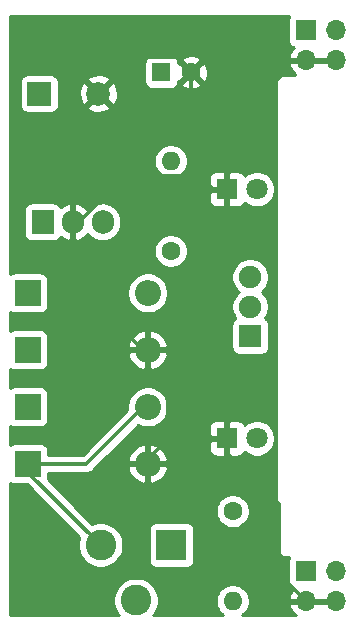
<source format=gbl>
G04 #@! TF.GenerationSoftware,KiCad,Pcbnew,(5.1.5)-3*
G04 #@! TF.CreationDate,2020-07-04T17:37:37-04:00*
G04 #@! TF.ProjectId,Power Supply,506f7765-7220-4537-9570-706c792e6b69,rev?*
G04 #@! TF.SameCoordinates,Original*
G04 #@! TF.FileFunction,Copper,L2,Bot*
G04 #@! TF.FilePolarity,Positive*
%FSLAX46Y46*%
G04 Gerber Fmt 4.6, Leading zero omitted, Abs format (unit mm)*
G04 Created by KiCad (PCBNEW (5.1.5)-3) date 2020-07-04 17:37:37*
%MOMM*%
%LPD*%
G04 APERTURE LIST*
%ADD10R,2.000000X2.000000*%
%ADD11C,2.000000*%
%ADD12R,1.600000X1.600000*%
%ADD13C,1.600000*%
%ADD14O,2.200000X2.200000*%
%ADD15R,2.200000X2.200000*%
%ADD16C,1.800000*%
%ADD17R,1.800000X1.800000*%
%ADD18R,2.600000X2.600000*%
%ADD19C,2.600000*%
%ADD20R,1.700000X1.700000*%
%ADD21O,1.700000X1.700000*%
%ADD22O,1.600000X1.600000*%
%ADD23R,1.900000X1.900000*%
%ADD24C,1.900000*%
%ADD25R,1.905000X2.000000*%
%ADD26O,1.905000X2.000000*%
%ADD27C,0.300000*%
%ADD28C,0.254000*%
G04 APERTURE END LIST*
D10*
X135387080Y-75384660D03*
D11*
X140387080Y-75384660D03*
D12*
X145724880Y-73568560D03*
D13*
X148224880Y-73568560D03*
D14*
X144556480Y-92262960D03*
D15*
X134396480Y-92262960D03*
X134396480Y-97084726D03*
D14*
X144556480Y-97084726D03*
X144556480Y-101906492D03*
D15*
X134396480Y-101906492D03*
X134396480Y-106728260D03*
D14*
X144556480Y-106728260D03*
D16*
X153811580Y-104578760D03*
D17*
X151271580Y-104578760D03*
X151271580Y-83487160D03*
D16*
X153811580Y-83487160D03*
D18*
X146575780Y-113598960D03*
D19*
X140575780Y-113598960D03*
X143575780Y-118298960D03*
D20*
X157929580Y-70025260D03*
D21*
X160469580Y-70025260D03*
X157929580Y-72565260D03*
X160469580Y-72565260D03*
X160469580Y-118348760D03*
X157929580Y-118348760D03*
X160469580Y-115808760D03*
D20*
X157929580Y-115808760D03*
D22*
X151749760Y-118364000D03*
D13*
X151749760Y-110744000D03*
D22*
X146512280Y-81086960D03*
D13*
X146512280Y-88706960D03*
D23*
X153239980Y-95912960D03*
D24*
X153239980Y-93412960D03*
X153239980Y-90912960D03*
D25*
X135666480Y-86243160D03*
D26*
X138206480Y-86243160D03*
X140746480Y-86243160D03*
D27*
X160469580Y-118348760D02*
X157929580Y-118348760D01*
X160469580Y-72565260D02*
X157929580Y-72565260D01*
X149228180Y-72565260D02*
X148224880Y-73568560D01*
X157929580Y-72565260D02*
X149228180Y-72565260D01*
X143453181Y-72318559D02*
X141387079Y-74384661D01*
X146974879Y-72318559D02*
X143453181Y-72318559D01*
X141387079Y-74384661D02*
X140387080Y-75384660D01*
X148224880Y-73568560D02*
X146974879Y-72318559D01*
X151271580Y-105778760D02*
X151271580Y-104578760D01*
X155638470Y-110145650D02*
X151271580Y-105778760D01*
X155638470Y-116057650D02*
X155638470Y-110145650D01*
X157929580Y-118348760D02*
X155638470Y-116057650D01*
X146350380Y-104578760D02*
X144200880Y-106728260D01*
X148224880Y-81640460D02*
X150071580Y-83487160D01*
X150071580Y-83487160D02*
X151271580Y-83487160D01*
X138206480Y-91090326D02*
X138206480Y-86243160D01*
X144200880Y-97084726D02*
X138206480Y-91090326D01*
X148224880Y-73568560D02*
X148224880Y-81640460D01*
X147528379Y-82336961D02*
X148224880Y-81640460D01*
X142621731Y-82336961D02*
X147528379Y-82336961D01*
X138715532Y-86243160D02*
X142621731Y-82336961D01*
X138206480Y-86243160D02*
X138715532Y-86243160D01*
X146309080Y-100392960D02*
X146309080Y-104594660D01*
X144556480Y-98640360D02*
X146309080Y-100392960D01*
X144556480Y-97084726D02*
X144556480Y-98640360D01*
X146309080Y-104594660D02*
X146350380Y-104578760D01*
X151271580Y-104578760D02*
X146309080Y-104594660D01*
X134040880Y-107064060D02*
X134040880Y-106728260D01*
X140575780Y-113598960D02*
X134040880Y-107064060D01*
X139379112Y-106728260D02*
X144200880Y-101906492D01*
X134040880Y-106728260D02*
X139379112Y-106728260D01*
D28*
G36*
X156549043Y-68820766D02*
G01*
X156490078Y-68931080D01*
X156453768Y-69050778D01*
X156441508Y-69175260D01*
X156441508Y-70875260D01*
X156453768Y-70999742D01*
X156490078Y-71119440D01*
X156549043Y-71229754D01*
X156628395Y-71326445D01*
X156725086Y-71405797D01*
X156835400Y-71464762D01*
X156916046Y-71489226D01*
X156831992Y-71564991D01*
X156657939Y-71798340D01*
X156532755Y-72061161D01*
X156488104Y-72208370D01*
X156609425Y-72438260D01*
X157802580Y-72438260D01*
X157802580Y-72418260D01*
X158056580Y-72418260D01*
X158056580Y-72438260D01*
X160342580Y-72438260D01*
X160342580Y-72418260D01*
X160596580Y-72418260D01*
X160596580Y-72438260D01*
X160616580Y-72438260D01*
X160616580Y-72692260D01*
X160596580Y-72692260D01*
X160596580Y-72712260D01*
X160342580Y-72712260D01*
X160342580Y-72692260D01*
X158056580Y-72692260D01*
X158056580Y-72712260D01*
X157802580Y-72712260D01*
X157802580Y-72692260D01*
X156609425Y-72692260D01*
X156488104Y-72922150D01*
X156532755Y-73069359D01*
X156657939Y-73332180D01*
X156831992Y-73565529D01*
X157048225Y-73760438D01*
X157067904Y-73772160D01*
X156145899Y-73772160D01*
X156113480Y-73768967D01*
X155984097Y-73781710D01*
X155859687Y-73819450D01*
X155745030Y-73880735D01*
X155644532Y-73963212D01*
X155562055Y-74063710D01*
X155500770Y-74178367D01*
X155463030Y-74302777D01*
X155450287Y-74432160D01*
X155453480Y-74464579D01*
X155453481Y-113896731D01*
X155450287Y-113929160D01*
X155463030Y-114058543D01*
X155500770Y-114182953D01*
X155562055Y-114297610D01*
X155644532Y-114398108D01*
X155745030Y-114480585D01*
X155859687Y-114541870D01*
X155984097Y-114579610D01*
X156081061Y-114589160D01*
X156113480Y-114592353D01*
X156145899Y-114589160D01*
X156561440Y-114589160D01*
X156549043Y-114604266D01*
X156490078Y-114714580D01*
X156453768Y-114834278D01*
X156441508Y-114958760D01*
X156441508Y-116658760D01*
X156453768Y-116783242D01*
X156490078Y-116902940D01*
X156549043Y-117013254D01*
X156628395Y-117109945D01*
X156725086Y-117189297D01*
X156835400Y-117248262D01*
X156916046Y-117272726D01*
X156831992Y-117348491D01*
X156657939Y-117581840D01*
X156532755Y-117844661D01*
X156488104Y-117991870D01*
X156609425Y-118221760D01*
X157802580Y-118221760D01*
X157802580Y-118201760D01*
X158056580Y-118201760D01*
X158056580Y-118221760D01*
X160342580Y-118221760D01*
X160342580Y-118201760D01*
X160596580Y-118201760D01*
X160596580Y-118221760D01*
X160616580Y-118221760D01*
X160616580Y-118475760D01*
X160596580Y-118475760D01*
X160596580Y-118495760D01*
X160342580Y-118495760D01*
X160342580Y-118475760D01*
X158056580Y-118475760D01*
X158056580Y-118495760D01*
X157802580Y-118495760D01*
X157802580Y-118475760D01*
X156609425Y-118475760D01*
X156488104Y-118705650D01*
X156532755Y-118852859D01*
X156657939Y-119115680D01*
X156831992Y-119349029D01*
X157048225Y-119543938D01*
X157089224Y-119568360D01*
X152530239Y-119568360D01*
X152664519Y-119478637D01*
X152864397Y-119278759D01*
X153021440Y-119043727D01*
X153129613Y-118782574D01*
X153184760Y-118505335D01*
X153184760Y-118222665D01*
X153129613Y-117945426D01*
X153021440Y-117684273D01*
X152864397Y-117449241D01*
X152664519Y-117249363D01*
X152429487Y-117092320D01*
X152168334Y-116984147D01*
X151891095Y-116929000D01*
X151608425Y-116929000D01*
X151331186Y-116984147D01*
X151070033Y-117092320D01*
X150835001Y-117249363D01*
X150635123Y-117449241D01*
X150478080Y-117684273D01*
X150369907Y-117945426D01*
X150314760Y-118222665D01*
X150314760Y-118505335D01*
X150369907Y-118782574D01*
X150478080Y-119043727D01*
X150635123Y-119278759D01*
X150835001Y-119478637D01*
X150969281Y-119568360D01*
X145042884Y-119568360D01*
X145078793Y-119532451D01*
X145290555Y-119215526D01*
X145436419Y-118863379D01*
X145510780Y-118489541D01*
X145510780Y-118108379D01*
X145436419Y-117734541D01*
X145290555Y-117382394D01*
X145078793Y-117065469D01*
X144809271Y-116795947D01*
X144492346Y-116584185D01*
X144140199Y-116438321D01*
X143766361Y-116363960D01*
X143385199Y-116363960D01*
X143011361Y-116438321D01*
X142659214Y-116584185D01*
X142342289Y-116795947D01*
X142072767Y-117065469D01*
X141861005Y-117382394D01*
X141715141Y-117734541D01*
X141640780Y-118108379D01*
X141640780Y-118489541D01*
X141715141Y-118863379D01*
X141861005Y-119215526D01*
X142072767Y-119532451D01*
X142108676Y-119568360D01*
X132897480Y-119568360D01*
X132897480Y-108322272D01*
X132941986Y-108358797D01*
X133052300Y-108417762D01*
X133171998Y-108454072D01*
X133296480Y-108466332D01*
X134332995Y-108466332D01*
X138769637Y-112902975D01*
X138715141Y-113034541D01*
X138640780Y-113408379D01*
X138640780Y-113789541D01*
X138715141Y-114163379D01*
X138861005Y-114515526D01*
X139072767Y-114832451D01*
X139342289Y-115101973D01*
X139659214Y-115313735D01*
X140011361Y-115459599D01*
X140385199Y-115533960D01*
X140766361Y-115533960D01*
X141140199Y-115459599D01*
X141492346Y-115313735D01*
X141809271Y-115101973D01*
X142078793Y-114832451D01*
X142290555Y-114515526D01*
X142436419Y-114163379D01*
X142510780Y-113789541D01*
X142510780Y-113408379D01*
X142436419Y-113034541D01*
X142290555Y-112682394D01*
X142078793Y-112365469D01*
X142012284Y-112298960D01*
X144637708Y-112298960D01*
X144637708Y-114898960D01*
X144649968Y-115023442D01*
X144686278Y-115143140D01*
X144745243Y-115253454D01*
X144824595Y-115350145D01*
X144921286Y-115429497D01*
X145031600Y-115488462D01*
X145151298Y-115524772D01*
X145275780Y-115537032D01*
X147875780Y-115537032D01*
X148000262Y-115524772D01*
X148119960Y-115488462D01*
X148230274Y-115429497D01*
X148326965Y-115350145D01*
X148406317Y-115253454D01*
X148465282Y-115143140D01*
X148501592Y-115023442D01*
X148513852Y-114898960D01*
X148513852Y-112298960D01*
X148501592Y-112174478D01*
X148465282Y-112054780D01*
X148406317Y-111944466D01*
X148326965Y-111847775D01*
X148230274Y-111768423D01*
X148119960Y-111709458D01*
X148000262Y-111673148D01*
X147875780Y-111660888D01*
X145275780Y-111660888D01*
X145151298Y-111673148D01*
X145031600Y-111709458D01*
X144921286Y-111768423D01*
X144824595Y-111847775D01*
X144745243Y-111944466D01*
X144686278Y-112054780D01*
X144649968Y-112174478D01*
X144637708Y-112298960D01*
X142012284Y-112298960D01*
X141809271Y-112095947D01*
X141492346Y-111884185D01*
X141140199Y-111738321D01*
X140766361Y-111663960D01*
X140385199Y-111663960D01*
X140011361Y-111738321D01*
X139879795Y-111792817D01*
X138689643Y-110602665D01*
X150314760Y-110602665D01*
X150314760Y-110885335D01*
X150369907Y-111162574D01*
X150478080Y-111423727D01*
X150635123Y-111658759D01*
X150835001Y-111858637D01*
X151070033Y-112015680D01*
X151331186Y-112123853D01*
X151608425Y-112179000D01*
X151891095Y-112179000D01*
X152168334Y-112123853D01*
X152429487Y-112015680D01*
X152664519Y-111858637D01*
X152864397Y-111658759D01*
X153021440Y-111423727D01*
X153129613Y-111162574D01*
X153184760Y-110885335D01*
X153184760Y-110602665D01*
X153129613Y-110325426D01*
X153021440Y-110064273D01*
X152864397Y-109829241D01*
X152664519Y-109629363D01*
X152429487Y-109472320D01*
X152168334Y-109364147D01*
X151891095Y-109309000D01*
X151608425Y-109309000D01*
X151331186Y-109364147D01*
X151070033Y-109472320D01*
X150835001Y-109629363D01*
X150635123Y-109829241D01*
X150478080Y-110064273D01*
X150369907Y-110325426D01*
X150314760Y-110602665D01*
X138689643Y-110602665D01*
X136103074Y-108016096D01*
X136122292Y-107952742D01*
X136134552Y-107828260D01*
X136134552Y-107513260D01*
X139340559Y-107513260D01*
X139379112Y-107517057D01*
X139417665Y-107513260D01*
X139417673Y-107513260D01*
X139532999Y-107501901D01*
X139680972Y-107457014D01*
X139817345Y-107384122D01*
X139936876Y-107286024D01*
X139961459Y-107256070D01*
X140093147Y-107124382D01*
X142867305Y-107124382D01*
X142931905Y-107337354D01*
X143081949Y-107642589D01*
X143288658Y-107912687D01*
X143544089Y-108137268D01*
X143838426Y-108307702D01*
X144160357Y-108417439D01*
X144429480Y-108299860D01*
X144429480Y-106855260D01*
X144683480Y-106855260D01*
X144683480Y-108299860D01*
X144952603Y-108417439D01*
X145274534Y-108307702D01*
X145568871Y-108137268D01*
X145824302Y-107912687D01*
X146031011Y-107642589D01*
X146181055Y-107337354D01*
X146245655Y-107124382D01*
X146127605Y-106855260D01*
X144683480Y-106855260D01*
X144429480Y-106855260D01*
X142985355Y-106855260D01*
X142867305Y-107124382D01*
X140093147Y-107124382D01*
X140885391Y-106332138D01*
X142867305Y-106332138D01*
X142985355Y-106601260D01*
X144429480Y-106601260D01*
X144429480Y-105156660D01*
X144683480Y-105156660D01*
X144683480Y-106601260D01*
X146127605Y-106601260D01*
X146245655Y-106332138D01*
X146181055Y-106119166D01*
X146031011Y-105813931D01*
X145824302Y-105543833D01*
X145750291Y-105478760D01*
X149733508Y-105478760D01*
X149745768Y-105603242D01*
X149782078Y-105722940D01*
X149841043Y-105833254D01*
X149920395Y-105929945D01*
X150017086Y-106009297D01*
X150127400Y-106068262D01*
X150247098Y-106104572D01*
X150371580Y-106116832D01*
X150985830Y-106113760D01*
X151144580Y-105955010D01*
X151144580Y-104705760D01*
X149895330Y-104705760D01*
X149736580Y-104864510D01*
X149733508Y-105478760D01*
X145750291Y-105478760D01*
X145568871Y-105319252D01*
X145274534Y-105148818D01*
X144952603Y-105039081D01*
X144683480Y-105156660D01*
X144429480Y-105156660D01*
X144160357Y-105039081D01*
X143838426Y-105148818D01*
X143544089Y-105319252D01*
X143288658Y-105543833D01*
X143081949Y-105813931D01*
X142931905Y-106119166D01*
X142867305Y-106332138D01*
X140885391Y-106332138D01*
X143538769Y-103678760D01*
X149733508Y-103678760D01*
X149736580Y-104293010D01*
X149895330Y-104451760D01*
X151144580Y-104451760D01*
X151144580Y-103202510D01*
X151398580Y-103202510D01*
X151398580Y-104451760D01*
X151418580Y-104451760D01*
X151418580Y-104705760D01*
X151398580Y-104705760D01*
X151398580Y-105955010D01*
X151557330Y-106113760D01*
X152171580Y-106116832D01*
X152296062Y-106104572D01*
X152415760Y-106068262D01*
X152526074Y-106009297D01*
X152622765Y-105929945D01*
X152702117Y-105833254D01*
X152761082Y-105722940D01*
X152766636Y-105704633D01*
X152833075Y-105771072D01*
X153084485Y-105939059D01*
X153363837Y-106054771D01*
X153660396Y-106113760D01*
X153962764Y-106113760D01*
X154259323Y-106054771D01*
X154538675Y-105939059D01*
X154790085Y-105771072D01*
X155003892Y-105557265D01*
X155171879Y-105305855D01*
X155287591Y-105026503D01*
X155346580Y-104729944D01*
X155346580Y-104427576D01*
X155287591Y-104131017D01*
X155171879Y-103851665D01*
X155003892Y-103600255D01*
X154790085Y-103386448D01*
X154538675Y-103218461D01*
X154259323Y-103102749D01*
X153962764Y-103043760D01*
X153660396Y-103043760D01*
X153363837Y-103102749D01*
X153084485Y-103218461D01*
X152833075Y-103386448D01*
X152766636Y-103452887D01*
X152761082Y-103434580D01*
X152702117Y-103324266D01*
X152622765Y-103227575D01*
X152526074Y-103148223D01*
X152415760Y-103089258D01*
X152296062Y-103052948D01*
X152171580Y-103040688D01*
X151557330Y-103043760D01*
X151398580Y-103202510D01*
X151144580Y-103202510D01*
X150985830Y-103043760D01*
X150371580Y-103040688D01*
X150247098Y-103052948D01*
X150127400Y-103089258D01*
X150017086Y-103148223D01*
X149920395Y-103227575D01*
X149841043Y-103324266D01*
X149782078Y-103434580D01*
X149745768Y-103554278D01*
X149733508Y-103678760D01*
X143538769Y-103678760D01*
X143762121Y-103455408D01*
X144050399Y-103574817D01*
X144385597Y-103641492D01*
X144727363Y-103641492D01*
X145062561Y-103574817D01*
X145378311Y-103444029D01*
X145662478Y-103254155D01*
X145904143Y-103012490D01*
X146094017Y-102728323D01*
X146224805Y-102412573D01*
X146291480Y-102077375D01*
X146291480Y-101735609D01*
X146224805Y-101400411D01*
X146094017Y-101084661D01*
X145904143Y-100800494D01*
X145662478Y-100558829D01*
X145378311Y-100368955D01*
X145062561Y-100238167D01*
X144727363Y-100171492D01*
X144385597Y-100171492D01*
X144050399Y-100238167D01*
X143734649Y-100368955D01*
X143450482Y-100558829D01*
X143208817Y-100800494D01*
X143018943Y-101084661D01*
X142888155Y-101400411D01*
X142821480Y-101735609D01*
X142821480Y-102077375D01*
X142837799Y-102159416D01*
X139053955Y-105943260D01*
X136134552Y-105943260D01*
X136134552Y-105628260D01*
X136122292Y-105503778D01*
X136085982Y-105384080D01*
X136027017Y-105273766D01*
X135947665Y-105177075D01*
X135850974Y-105097723D01*
X135740660Y-105038758D01*
X135620962Y-105002448D01*
X135496480Y-104990188D01*
X133296480Y-104990188D01*
X133171998Y-105002448D01*
X133052300Y-105038758D01*
X132941986Y-105097723D01*
X132897480Y-105134248D01*
X132897480Y-103500504D01*
X132941986Y-103537029D01*
X133052300Y-103595994D01*
X133171998Y-103632304D01*
X133296480Y-103644564D01*
X135496480Y-103644564D01*
X135620962Y-103632304D01*
X135740660Y-103595994D01*
X135850974Y-103537029D01*
X135947665Y-103457677D01*
X136027017Y-103360986D01*
X136085982Y-103250672D01*
X136122292Y-103130974D01*
X136134552Y-103006492D01*
X136134552Y-100806492D01*
X136122292Y-100682010D01*
X136085982Y-100562312D01*
X136027017Y-100451998D01*
X135947665Y-100355307D01*
X135850974Y-100275955D01*
X135740660Y-100216990D01*
X135620962Y-100180680D01*
X135496480Y-100168420D01*
X133296480Y-100168420D01*
X133171998Y-100180680D01*
X133052300Y-100216990D01*
X132941986Y-100275955D01*
X132897480Y-100312480D01*
X132897480Y-98678738D01*
X132941986Y-98715263D01*
X133052300Y-98774228D01*
X133171998Y-98810538D01*
X133296480Y-98822798D01*
X135496480Y-98822798D01*
X135620962Y-98810538D01*
X135740660Y-98774228D01*
X135850974Y-98715263D01*
X135947665Y-98635911D01*
X136027017Y-98539220D01*
X136085982Y-98428906D01*
X136122292Y-98309208D01*
X136134552Y-98184726D01*
X136134552Y-97480848D01*
X142867305Y-97480848D01*
X142931905Y-97693820D01*
X143081949Y-97999055D01*
X143288658Y-98269153D01*
X143544089Y-98493734D01*
X143838426Y-98664168D01*
X144160357Y-98773905D01*
X144429480Y-98656326D01*
X144429480Y-97211726D01*
X144683480Y-97211726D01*
X144683480Y-98656326D01*
X144952603Y-98773905D01*
X145274534Y-98664168D01*
X145568871Y-98493734D01*
X145824302Y-98269153D01*
X146031011Y-97999055D01*
X146181055Y-97693820D01*
X146245655Y-97480848D01*
X146127605Y-97211726D01*
X144683480Y-97211726D01*
X144429480Y-97211726D01*
X142985355Y-97211726D01*
X142867305Y-97480848D01*
X136134552Y-97480848D01*
X136134552Y-96688604D01*
X142867305Y-96688604D01*
X142985355Y-96957726D01*
X144429480Y-96957726D01*
X144429480Y-95513126D01*
X144683480Y-95513126D01*
X144683480Y-96957726D01*
X146127605Y-96957726D01*
X146245655Y-96688604D01*
X146181055Y-96475632D01*
X146031011Y-96170397D01*
X145824302Y-95900299D01*
X145568871Y-95675718D01*
X145274534Y-95505284D01*
X144952603Y-95395547D01*
X144683480Y-95513126D01*
X144429480Y-95513126D01*
X144160357Y-95395547D01*
X143838426Y-95505284D01*
X143544089Y-95675718D01*
X143288658Y-95900299D01*
X143081949Y-96170397D01*
X142931905Y-96475632D01*
X142867305Y-96688604D01*
X136134552Y-96688604D01*
X136134552Y-95984726D01*
X136122292Y-95860244D01*
X136085982Y-95740546D01*
X136027017Y-95630232D01*
X135947665Y-95533541D01*
X135850974Y-95454189D01*
X135740660Y-95395224D01*
X135620962Y-95358914D01*
X135496480Y-95346654D01*
X133296480Y-95346654D01*
X133171998Y-95358914D01*
X133052300Y-95395224D01*
X132941986Y-95454189D01*
X132897480Y-95490714D01*
X132897480Y-94962960D01*
X151651908Y-94962960D01*
X151651908Y-96862960D01*
X151664168Y-96987442D01*
X151700478Y-97107140D01*
X151759443Y-97217454D01*
X151838795Y-97314145D01*
X151935486Y-97393497D01*
X152045800Y-97452462D01*
X152165498Y-97488772D01*
X152289980Y-97501032D01*
X154189980Y-97501032D01*
X154314462Y-97488772D01*
X154434160Y-97452462D01*
X154544474Y-97393497D01*
X154641165Y-97314145D01*
X154720517Y-97217454D01*
X154779482Y-97107140D01*
X154815792Y-96987442D01*
X154828052Y-96862960D01*
X154828052Y-94962960D01*
X154815792Y-94838478D01*
X154779482Y-94718780D01*
X154720517Y-94608466D01*
X154641165Y-94511775D01*
X154544474Y-94432423D01*
X154485959Y-94401146D01*
X154644589Y-94163739D01*
X154764069Y-93875287D01*
X154824980Y-93569069D01*
X154824980Y-93256851D01*
X154764069Y-92950633D01*
X154644589Y-92662181D01*
X154471130Y-92402581D01*
X154250359Y-92181810D01*
X154222148Y-92162960D01*
X154250359Y-92144110D01*
X154471130Y-91923339D01*
X154644589Y-91663739D01*
X154764069Y-91375287D01*
X154824980Y-91069069D01*
X154824980Y-90756851D01*
X154764069Y-90450633D01*
X154644589Y-90162181D01*
X154471130Y-89902581D01*
X154250359Y-89681810D01*
X153990759Y-89508351D01*
X153702307Y-89388871D01*
X153396089Y-89327960D01*
X153083871Y-89327960D01*
X152777653Y-89388871D01*
X152489201Y-89508351D01*
X152229601Y-89681810D01*
X152008830Y-89902581D01*
X151835371Y-90162181D01*
X151715891Y-90450633D01*
X151654980Y-90756851D01*
X151654980Y-91069069D01*
X151715891Y-91375287D01*
X151835371Y-91663739D01*
X152008830Y-91923339D01*
X152229601Y-92144110D01*
X152257812Y-92162960D01*
X152229601Y-92181810D01*
X152008830Y-92402581D01*
X151835371Y-92662181D01*
X151715891Y-92950633D01*
X151654980Y-93256851D01*
X151654980Y-93569069D01*
X151715891Y-93875287D01*
X151835371Y-94163739D01*
X151994001Y-94401146D01*
X151935486Y-94432423D01*
X151838795Y-94511775D01*
X151759443Y-94608466D01*
X151700478Y-94718780D01*
X151664168Y-94838478D01*
X151651908Y-94962960D01*
X132897480Y-94962960D01*
X132897480Y-93856972D01*
X132941986Y-93893497D01*
X133052300Y-93952462D01*
X133171998Y-93988772D01*
X133296480Y-94001032D01*
X135496480Y-94001032D01*
X135620962Y-93988772D01*
X135740660Y-93952462D01*
X135850974Y-93893497D01*
X135947665Y-93814145D01*
X136027017Y-93717454D01*
X136085982Y-93607140D01*
X136122292Y-93487442D01*
X136134552Y-93362960D01*
X136134552Y-92092077D01*
X142821480Y-92092077D01*
X142821480Y-92433843D01*
X142888155Y-92769041D01*
X143018943Y-93084791D01*
X143208817Y-93368958D01*
X143450482Y-93610623D01*
X143734649Y-93800497D01*
X144050399Y-93931285D01*
X144385597Y-93997960D01*
X144727363Y-93997960D01*
X145062561Y-93931285D01*
X145378311Y-93800497D01*
X145662478Y-93610623D01*
X145904143Y-93368958D01*
X146094017Y-93084791D01*
X146224805Y-92769041D01*
X146291480Y-92433843D01*
X146291480Y-92092077D01*
X146224805Y-91756879D01*
X146094017Y-91441129D01*
X145904143Y-91156962D01*
X145662478Y-90915297D01*
X145378311Y-90725423D01*
X145062561Y-90594635D01*
X144727363Y-90527960D01*
X144385597Y-90527960D01*
X144050399Y-90594635D01*
X143734649Y-90725423D01*
X143450482Y-90915297D01*
X143208817Y-91156962D01*
X143018943Y-91441129D01*
X142888155Y-91756879D01*
X142821480Y-92092077D01*
X136134552Y-92092077D01*
X136134552Y-91162960D01*
X136122292Y-91038478D01*
X136085982Y-90918780D01*
X136027017Y-90808466D01*
X135947665Y-90711775D01*
X135850974Y-90632423D01*
X135740660Y-90573458D01*
X135620962Y-90537148D01*
X135496480Y-90524888D01*
X133296480Y-90524888D01*
X133171998Y-90537148D01*
X133052300Y-90573458D01*
X132941986Y-90632423D01*
X132897480Y-90668948D01*
X132897480Y-88565625D01*
X145077280Y-88565625D01*
X145077280Y-88848295D01*
X145132427Y-89125534D01*
X145240600Y-89386687D01*
X145397643Y-89621719D01*
X145597521Y-89821597D01*
X145832553Y-89978640D01*
X146093706Y-90086813D01*
X146370945Y-90141960D01*
X146653615Y-90141960D01*
X146930854Y-90086813D01*
X147192007Y-89978640D01*
X147427039Y-89821597D01*
X147626917Y-89621719D01*
X147783960Y-89386687D01*
X147892133Y-89125534D01*
X147947280Y-88848295D01*
X147947280Y-88565625D01*
X147892133Y-88288386D01*
X147783960Y-88027233D01*
X147626917Y-87792201D01*
X147427039Y-87592323D01*
X147192007Y-87435280D01*
X146930854Y-87327107D01*
X146653615Y-87271960D01*
X146370945Y-87271960D01*
X146093706Y-87327107D01*
X145832553Y-87435280D01*
X145597521Y-87592323D01*
X145397643Y-87792201D01*
X145240600Y-88027233D01*
X145132427Y-88288386D01*
X145077280Y-88565625D01*
X132897480Y-88565625D01*
X132897480Y-85243160D01*
X134075908Y-85243160D01*
X134075908Y-87243160D01*
X134088168Y-87367642D01*
X134124478Y-87487340D01*
X134183443Y-87597654D01*
X134262795Y-87694345D01*
X134359486Y-87773697D01*
X134469800Y-87832662D01*
X134589498Y-87868972D01*
X134713980Y-87881232D01*
X136618980Y-87881232D01*
X136743462Y-87868972D01*
X136863160Y-87832662D01*
X136973474Y-87773697D01*
X137070165Y-87694345D01*
X137149517Y-87597654D01*
X137198539Y-87505941D01*
X137339557Y-87619129D01*
X137615386Y-87762731D01*
X137833500Y-87833723D01*
X138079480Y-87713754D01*
X138079480Y-86370160D01*
X138059480Y-86370160D01*
X138059480Y-86116160D01*
X138079480Y-86116160D01*
X138079480Y-84772566D01*
X138333480Y-84772566D01*
X138333480Y-86116160D01*
X138353480Y-86116160D01*
X138353480Y-86370160D01*
X138333480Y-86370160D01*
X138333480Y-87713754D01*
X138579460Y-87833723D01*
X138797574Y-87762731D01*
X139073403Y-87619129D01*
X139315917Y-87424475D01*
X139471317Y-87239261D01*
X139618517Y-87418623D01*
X139860246Y-87617005D01*
X140136032Y-87764415D01*
X140435277Y-87855190D01*
X140746480Y-87885841D01*
X141057684Y-87855190D01*
X141356929Y-87764415D01*
X141632715Y-87617005D01*
X141874443Y-87418623D01*
X142072825Y-87176894D01*
X142220235Y-86901108D01*
X142311010Y-86601863D01*
X142333980Y-86368645D01*
X142333980Y-86117674D01*
X142311010Y-85884456D01*
X142220235Y-85585211D01*
X142072825Y-85309425D01*
X141874443Y-85067697D01*
X141632714Y-84869315D01*
X141356928Y-84721905D01*
X141057683Y-84631130D01*
X140746480Y-84600479D01*
X140435276Y-84631130D01*
X140136031Y-84721905D01*
X139860245Y-84869315D01*
X139618517Y-85067697D01*
X139471318Y-85247060D01*
X139315917Y-85061845D01*
X139073403Y-84867191D01*
X138797574Y-84723589D01*
X138579460Y-84652597D01*
X138333480Y-84772566D01*
X138079480Y-84772566D01*
X137833500Y-84652597D01*
X137615386Y-84723589D01*
X137339557Y-84867191D01*
X137198539Y-84980379D01*
X137149517Y-84888666D01*
X137070165Y-84791975D01*
X136973474Y-84712623D01*
X136863160Y-84653658D01*
X136743462Y-84617348D01*
X136618980Y-84605088D01*
X134713980Y-84605088D01*
X134589498Y-84617348D01*
X134469800Y-84653658D01*
X134359486Y-84712623D01*
X134262795Y-84791975D01*
X134183443Y-84888666D01*
X134124478Y-84998980D01*
X134088168Y-85118678D01*
X134075908Y-85243160D01*
X132897480Y-85243160D01*
X132897480Y-84387160D01*
X149733508Y-84387160D01*
X149745768Y-84511642D01*
X149782078Y-84631340D01*
X149841043Y-84741654D01*
X149920395Y-84838345D01*
X150017086Y-84917697D01*
X150127400Y-84976662D01*
X150247098Y-85012972D01*
X150371580Y-85025232D01*
X150985830Y-85022160D01*
X151144580Y-84863410D01*
X151144580Y-83614160D01*
X149895330Y-83614160D01*
X149736580Y-83772910D01*
X149733508Y-84387160D01*
X132897480Y-84387160D01*
X132897480Y-82587160D01*
X149733508Y-82587160D01*
X149736580Y-83201410D01*
X149895330Y-83360160D01*
X151144580Y-83360160D01*
X151144580Y-82110910D01*
X151398580Y-82110910D01*
X151398580Y-83360160D01*
X151418580Y-83360160D01*
X151418580Y-83614160D01*
X151398580Y-83614160D01*
X151398580Y-84863410D01*
X151557330Y-85022160D01*
X152171580Y-85025232D01*
X152296062Y-85012972D01*
X152415760Y-84976662D01*
X152526074Y-84917697D01*
X152622765Y-84838345D01*
X152702117Y-84741654D01*
X152761082Y-84631340D01*
X152766636Y-84613033D01*
X152833075Y-84679472D01*
X153084485Y-84847459D01*
X153363837Y-84963171D01*
X153660396Y-85022160D01*
X153962764Y-85022160D01*
X154259323Y-84963171D01*
X154538675Y-84847459D01*
X154790085Y-84679472D01*
X155003892Y-84465665D01*
X155171879Y-84214255D01*
X155287591Y-83934903D01*
X155346580Y-83638344D01*
X155346580Y-83335976D01*
X155287591Y-83039417D01*
X155171879Y-82760065D01*
X155003892Y-82508655D01*
X154790085Y-82294848D01*
X154538675Y-82126861D01*
X154259323Y-82011149D01*
X153962764Y-81952160D01*
X153660396Y-81952160D01*
X153363837Y-82011149D01*
X153084485Y-82126861D01*
X152833075Y-82294848D01*
X152766636Y-82361287D01*
X152761082Y-82342980D01*
X152702117Y-82232666D01*
X152622765Y-82135975D01*
X152526074Y-82056623D01*
X152415760Y-81997658D01*
X152296062Y-81961348D01*
X152171580Y-81949088D01*
X151557330Y-81952160D01*
X151398580Y-82110910D01*
X151144580Y-82110910D01*
X150985830Y-81952160D01*
X150371580Y-81949088D01*
X150247098Y-81961348D01*
X150127400Y-81997658D01*
X150017086Y-82056623D01*
X149920395Y-82135975D01*
X149841043Y-82232666D01*
X149782078Y-82342980D01*
X149745768Y-82462678D01*
X149733508Y-82587160D01*
X132897480Y-82587160D01*
X132897480Y-80945625D01*
X145077280Y-80945625D01*
X145077280Y-81228295D01*
X145132427Y-81505534D01*
X145240600Y-81766687D01*
X145397643Y-82001719D01*
X145597521Y-82201597D01*
X145832553Y-82358640D01*
X146093706Y-82466813D01*
X146370945Y-82521960D01*
X146653615Y-82521960D01*
X146930854Y-82466813D01*
X147192007Y-82358640D01*
X147427039Y-82201597D01*
X147626917Y-82001719D01*
X147783960Y-81766687D01*
X147892133Y-81505534D01*
X147947280Y-81228295D01*
X147947280Y-80945625D01*
X147892133Y-80668386D01*
X147783960Y-80407233D01*
X147626917Y-80172201D01*
X147427039Y-79972323D01*
X147192007Y-79815280D01*
X146930854Y-79707107D01*
X146653615Y-79651960D01*
X146370945Y-79651960D01*
X146093706Y-79707107D01*
X145832553Y-79815280D01*
X145597521Y-79972323D01*
X145397643Y-80172201D01*
X145240600Y-80407233D01*
X145132427Y-80668386D01*
X145077280Y-80945625D01*
X132897480Y-80945625D01*
X132897480Y-74384660D01*
X133749008Y-74384660D01*
X133749008Y-76384660D01*
X133761268Y-76509142D01*
X133797578Y-76628840D01*
X133856543Y-76739154D01*
X133935895Y-76835845D01*
X134032586Y-76915197D01*
X134142900Y-76974162D01*
X134262598Y-77010472D01*
X134387080Y-77022732D01*
X136387080Y-77022732D01*
X136511562Y-77010472D01*
X136631260Y-76974162D01*
X136741574Y-76915197D01*
X136838265Y-76835845D01*
X136917617Y-76739154D01*
X136976582Y-76628840D01*
X137009576Y-76520073D01*
X139431272Y-76520073D01*
X139527036Y-76784474D01*
X139816651Y-76925364D01*
X140128188Y-77007044D01*
X140449675Y-77026378D01*
X140768755Y-76982621D01*
X141073168Y-76877455D01*
X141247124Y-76784474D01*
X141342888Y-76520073D01*
X140387080Y-75564265D01*
X139431272Y-76520073D01*
X137009576Y-76520073D01*
X137012892Y-76509142D01*
X137025152Y-76384660D01*
X137025152Y-75447255D01*
X138745362Y-75447255D01*
X138789119Y-75766335D01*
X138894285Y-76070748D01*
X138987266Y-76244704D01*
X139251667Y-76340468D01*
X140207475Y-75384660D01*
X140566685Y-75384660D01*
X141522493Y-76340468D01*
X141786894Y-76244704D01*
X141927784Y-75955089D01*
X142009464Y-75643552D01*
X142028798Y-75322065D01*
X141985041Y-75002985D01*
X141879875Y-74698572D01*
X141786894Y-74524616D01*
X141522493Y-74428852D01*
X140566685Y-75384660D01*
X140207475Y-75384660D01*
X139251667Y-74428852D01*
X138987266Y-74524616D01*
X138846376Y-74814231D01*
X138764696Y-75125768D01*
X138745362Y-75447255D01*
X137025152Y-75447255D01*
X137025152Y-74384660D01*
X137012892Y-74260178D01*
X137009577Y-74249247D01*
X139431272Y-74249247D01*
X140387080Y-75205055D01*
X141342888Y-74249247D01*
X141247124Y-73984846D01*
X140957509Y-73843956D01*
X140645972Y-73762276D01*
X140324485Y-73742942D01*
X140005405Y-73786699D01*
X139700992Y-73891865D01*
X139527036Y-73984846D01*
X139431272Y-74249247D01*
X137009577Y-74249247D01*
X136976582Y-74140480D01*
X136917617Y-74030166D01*
X136838265Y-73933475D01*
X136741574Y-73854123D01*
X136631260Y-73795158D01*
X136511562Y-73758848D01*
X136387080Y-73746588D01*
X134387080Y-73746588D01*
X134262598Y-73758848D01*
X134142900Y-73795158D01*
X134032586Y-73854123D01*
X133935895Y-73933475D01*
X133856543Y-74030166D01*
X133797578Y-74140480D01*
X133761268Y-74260178D01*
X133749008Y-74384660D01*
X132897480Y-74384660D01*
X132897480Y-72768560D01*
X144286808Y-72768560D01*
X144286808Y-74368560D01*
X144299068Y-74493042D01*
X144335378Y-74612740D01*
X144394343Y-74723054D01*
X144473695Y-74819745D01*
X144570386Y-74899097D01*
X144680700Y-74958062D01*
X144800398Y-74994372D01*
X144924880Y-75006632D01*
X146524880Y-75006632D01*
X146649362Y-74994372D01*
X146769060Y-74958062D01*
X146879374Y-74899097D01*
X146976065Y-74819745D01*
X147055417Y-74723054D01*
X147114382Y-74612740D01*
X147129997Y-74561262D01*
X147411783Y-74561262D01*
X147483366Y-74805231D01*
X147738876Y-74926131D01*
X148013064Y-74994860D01*
X148295392Y-75008777D01*
X148575010Y-74967347D01*
X148841172Y-74872163D01*
X148966394Y-74805231D01*
X149037977Y-74561262D01*
X148224880Y-73748165D01*
X147411783Y-74561262D01*
X147129997Y-74561262D01*
X147150692Y-74493042D01*
X147162952Y-74368560D01*
X147162952Y-74361345D01*
X147232178Y-74381657D01*
X148045275Y-73568560D01*
X148404485Y-73568560D01*
X149217582Y-74381657D01*
X149461551Y-74310074D01*
X149582451Y-74054564D01*
X149651180Y-73780376D01*
X149665097Y-73498048D01*
X149623667Y-73218430D01*
X149528483Y-72952268D01*
X149461551Y-72827046D01*
X149217582Y-72755463D01*
X148404485Y-73568560D01*
X148045275Y-73568560D01*
X147232178Y-72755463D01*
X147162952Y-72775775D01*
X147162952Y-72768560D01*
X147150692Y-72644078D01*
X147129998Y-72575858D01*
X147411783Y-72575858D01*
X148224880Y-73388955D01*
X149037977Y-72575858D01*
X148966394Y-72331889D01*
X148710884Y-72210989D01*
X148436696Y-72142260D01*
X148154368Y-72128343D01*
X147874750Y-72169773D01*
X147608588Y-72264957D01*
X147483366Y-72331889D01*
X147411783Y-72575858D01*
X147129998Y-72575858D01*
X147114382Y-72524380D01*
X147055417Y-72414066D01*
X146976065Y-72317375D01*
X146879374Y-72238023D01*
X146769060Y-72179058D01*
X146649362Y-72142748D01*
X146524880Y-72130488D01*
X144924880Y-72130488D01*
X144800398Y-72142748D01*
X144680700Y-72179058D01*
X144570386Y-72238023D01*
X144473695Y-72317375D01*
X144394343Y-72414066D01*
X144335378Y-72524380D01*
X144299068Y-72644078D01*
X144286808Y-72768560D01*
X132897480Y-72768560D01*
X132897480Y-68818360D01*
X156551018Y-68818360D01*
X156549043Y-68820766D01*
G37*
X156549043Y-68820766D02*
X156490078Y-68931080D01*
X156453768Y-69050778D01*
X156441508Y-69175260D01*
X156441508Y-70875260D01*
X156453768Y-70999742D01*
X156490078Y-71119440D01*
X156549043Y-71229754D01*
X156628395Y-71326445D01*
X156725086Y-71405797D01*
X156835400Y-71464762D01*
X156916046Y-71489226D01*
X156831992Y-71564991D01*
X156657939Y-71798340D01*
X156532755Y-72061161D01*
X156488104Y-72208370D01*
X156609425Y-72438260D01*
X157802580Y-72438260D01*
X157802580Y-72418260D01*
X158056580Y-72418260D01*
X158056580Y-72438260D01*
X160342580Y-72438260D01*
X160342580Y-72418260D01*
X160596580Y-72418260D01*
X160596580Y-72438260D01*
X160616580Y-72438260D01*
X160616580Y-72692260D01*
X160596580Y-72692260D01*
X160596580Y-72712260D01*
X160342580Y-72712260D01*
X160342580Y-72692260D01*
X158056580Y-72692260D01*
X158056580Y-72712260D01*
X157802580Y-72712260D01*
X157802580Y-72692260D01*
X156609425Y-72692260D01*
X156488104Y-72922150D01*
X156532755Y-73069359D01*
X156657939Y-73332180D01*
X156831992Y-73565529D01*
X157048225Y-73760438D01*
X157067904Y-73772160D01*
X156145899Y-73772160D01*
X156113480Y-73768967D01*
X155984097Y-73781710D01*
X155859687Y-73819450D01*
X155745030Y-73880735D01*
X155644532Y-73963212D01*
X155562055Y-74063710D01*
X155500770Y-74178367D01*
X155463030Y-74302777D01*
X155450287Y-74432160D01*
X155453480Y-74464579D01*
X155453481Y-113896731D01*
X155450287Y-113929160D01*
X155463030Y-114058543D01*
X155500770Y-114182953D01*
X155562055Y-114297610D01*
X155644532Y-114398108D01*
X155745030Y-114480585D01*
X155859687Y-114541870D01*
X155984097Y-114579610D01*
X156081061Y-114589160D01*
X156113480Y-114592353D01*
X156145899Y-114589160D01*
X156561440Y-114589160D01*
X156549043Y-114604266D01*
X156490078Y-114714580D01*
X156453768Y-114834278D01*
X156441508Y-114958760D01*
X156441508Y-116658760D01*
X156453768Y-116783242D01*
X156490078Y-116902940D01*
X156549043Y-117013254D01*
X156628395Y-117109945D01*
X156725086Y-117189297D01*
X156835400Y-117248262D01*
X156916046Y-117272726D01*
X156831992Y-117348491D01*
X156657939Y-117581840D01*
X156532755Y-117844661D01*
X156488104Y-117991870D01*
X156609425Y-118221760D01*
X157802580Y-118221760D01*
X157802580Y-118201760D01*
X158056580Y-118201760D01*
X158056580Y-118221760D01*
X160342580Y-118221760D01*
X160342580Y-118201760D01*
X160596580Y-118201760D01*
X160596580Y-118221760D01*
X160616580Y-118221760D01*
X160616580Y-118475760D01*
X160596580Y-118475760D01*
X160596580Y-118495760D01*
X160342580Y-118495760D01*
X160342580Y-118475760D01*
X158056580Y-118475760D01*
X158056580Y-118495760D01*
X157802580Y-118495760D01*
X157802580Y-118475760D01*
X156609425Y-118475760D01*
X156488104Y-118705650D01*
X156532755Y-118852859D01*
X156657939Y-119115680D01*
X156831992Y-119349029D01*
X157048225Y-119543938D01*
X157089224Y-119568360D01*
X152530239Y-119568360D01*
X152664519Y-119478637D01*
X152864397Y-119278759D01*
X153021440Y-119043727D01*
X153129613Y-118782574D01*
X153184760Y-118505335D01*
X153184760Y-118222665D01*
X153129613Y-117945426D01*
X153021440Y-117684273D01*
X152864397Y-117449241D01*
X152664519Y-117249363D01*
X152429487Y-117092320D01*
X152168334Y-116984147D01*
X151891095Y-116929000D01*
X151608425Y-116929000D01*
X151331186Y-116984147D01*
X151070033Y-117092320D01*
X150835001Y-117249363D01*
X150635123Y-117449241D01*
X150478080Y-117684273D01*
X150369907Y-117945426D01*
X150314760Y-118222665D01*
X150314760Y-118505335D01*
X150369907Y-118782574D01*
X150478080Y-119043727D01*
X150635123Y-119278759D01*
X150835001Y-119478637D01*
X150969281Y-119568360D01*
X145042884Y-119568360D01*
X145078793Y-119532451D01*
X145290555Y-119215526D01*
X145436419Y-118863379D01*
X145510780Y-118489541D01*
X145510780Y-118108379D01*
X145436419Y-117734541D01*
X145290555Y-117382394D01*
X145078793Y-117065469D01*
X144809271Y-116795947D01*
X144492346Y-116584185D01*
X144140199Y-116438321D01*
X143766361Y-116363960D01*
X143385199Y-116363960D01*
X143011361Y-116438321D01*
X142659214Y-116584185D01*
X142342289Y-116795947D01*
X142072767Y-117065469D01*
X141861005Y-117382394D01*
X141715141Y-117734541D01*
X141640780Y-118108379D01*
X141640780Y-118489541D01*
X141715141Y-118863379D01*
X141861005Y-119215526D01*
X142072767Y-119532451D01*
X142108676Y-119568360D01*
X132897480Y-119568360D01*
X132897480Y-108322272D01*
X132941986Y-108358797D01*
X133052300Y-108417762D01*
X133171998Y-108454072D01*
X133296480Y-108466332D01*
X134332995Y-108466332D01*
X138769637Y-112902975D01*
X138715141Y-113034541D01*
X138640780Y-113408379D01*
X138640780Y-113789541D01*
X138715141Y-114163379D01*
X138861005Y-114515526D01*
X139072767Y-114832451D01*
X139342289Y-115101973D01*
X139659214Y-115313735D01*
X140011361Y-115459599D01*
X140385199Y-115533960D01*
X140766361Y-115533960D01*
X141140199Y-115459599D01*
X141492346Y-115313735D01*
X141809271Y-115101973D01*
X142078793Y-114832451D01*
X142290555Y-114515526D01*
X142436419Y-114163379D01*
X142510780Y-113789541D01*
X142510780Y-113408379D01*
X142436419Y-113034541D01*
X142290555Y-112682394D01*
X142078793Y-112365469D01*
X142012284Y-112298960D01*
X144637708Y-112298960D01*
X144637708Y-114898960D01*
X144649968Y-115023442D01*
X144686278Y-115143140D01*
X144745243Y-115253454D01*
X144824595Y-115350145D01*
X144921286Y-115429497D01*
X145031600Y-115488462D01*
X145151298Y-115524772D01*
X145275780Y-115537032D01*
X147875780Y-115537032D01*
X148000262Y-115524772D01*
X148119960Y-115488462D01*
X148230274Y-115429497D01*
X148326965Y-115350145D01*
X148406317Y-115253454D01*
X148465282Y-115143140D01*
X148501592Y-115023442D01*
X148513852Y-114898960D01*
X148513852Y-112298960D01*
X148501592Y-112174478D01*
X148465282Y-112054780D01*
X148406317Y-111944466D01*
X148326965Y-111847775D01*
X148230274Y-111768423D01*
X148119960Y-111709458D01*
X148000262Y-111673148D01*
X147875780Y-111660888D01*
X145275780Y-111660888D01*
X145151298Y-111673148D01*
X145031600Y-111709458D01*
X144921286Y-111768423D01*
X144824595Y-111847775D01*
X144745243Y-111944466D01*
X144686278Y-112054780D01*
X144649968Y-112174478D01*
X144637708Y-112298960D01*
X142012284Y-112298960D01*
X141809271Y-112095947D01*
X141492346Y-111884185D01*
X141140199Y-111738321D01*
X140766361Y-111663960D01*
X140385199Y-111663960D01*
X140011361Y-111738321D01*
X139879795Y-111792817D01*
X138689643Y-110602665D01*
X150314760Y-110602665D01*
X150314760Y-110885335D01*
X150369907Y-111162574D01*
X150478080Y-111423727D01*
X150635123Y-111658759D01*
X150835001Y-111858637D01*
X151070033Y-112015680D01*
X151331186Y-112123853D01*
X151608425Y-112179000D01*
X151891095Y-112179000D01*
X152168334Y-112123853D01*
X152429487Y-112015680D01*
X152664519Y-111858637D01*
X152864397Y-111658759D01*
X153021440Y-111423727D01*
X153129613Y-111162574D01*
X153184760Y-110885335D01*
X153184760Y-110602665D01*
X153129613Y-110325426D01*
X153021440Y-110064273D01*
X152864397Y-109829241D01*
X152664519Y-109629363D01*
X152429487Y-109472320D01*
X152168334Y-109364147D01*
X151891095Y-109309000D01*
X151608425Y-109309000D01*
X151331186Y-109364147D01*
X151070033Y-109472320D01*
X150835001Y-109629363D01*
X150635123Y-109829241D01*
X150478080Y-110064273D01*
X150369907Y-110325426D01*
X150314760Y-110602665D01*
X138689643Y-110602665D01*
X136103074Y-108016096D01*
X136122292Y-107952742D01*
X136134552Y-107828260D01*
X136134552Y-107513260D01*
X139340559Y-107513260D01*
X139379112Y-107517057D01*
X139417665Y-107513260D01*
X139417673Y-107513260D01*
X139532999Y-107501901D01*
X139680972Y-107457014D01*
X139817345Y-107384122D01*
X139936876Y-107286024D01*
X139961459Y-107256070D01*
X140093147Y-107124382D01*
X142867305Y-107124382D01*
X142931905Y-107337354D01*
X143081949Y-107642589D01*
X143288658Y-107912687D01*
X143544089Y-108137268D01*
X143838426Y-108307702D01*
X144160357Y-108417439D01*
X144429480Y-108299860D01*
X144429480Y-106855260D01*
X144683480Y-106855260D01*
X144683480Y-108299860D01*
X144952603Y-108417439D01*
X145274534Y-108307702D01*
X145568871Y-108137268D01*
X145824302Y-107912687D01*
X146031011Y-107642589D01*
X146181055Y-107337354D01*
X146245655Y-107124382D01*
X146127605Y-106855260D01*
X144683480Y-106855260D01*
X144429480Y-106855260D01*
X142985355Y-106855260D01*
X142867305Y-107124382D01*
X140093147Y-107124382D01*
X140885391Y-106332138D01*
X142867305Y-106332138D01*
X142985355Y-106601260D01*
X144429480Y-106601260D01*
X144429480Y-105156660D01*
X144683480Y-105156660D01*
X144683480Y-106601260D01*
X146127605Y-106601260D01*
X146245655Y-106332138D01*
X146181055Y-106119166D01*
X146031011Y-105813931D01*
X145824302Y-105543833D01*
X145750291Y-105478760D01*
X149733508Y-105478760D01*
X149745768Y-105603242D01*
X149782078Y-105722940D01*
X149841043Y-105833254D01*
X149920395Y-105929945D01*
X150017086Y-106009297D01*
X150127400Y-106068262D01*
X150247098Y-106104572D01*
X150371580Y-106116832D01*
X150985830Y-106113760D01*
X151144580Y-105955010D01*
X151144580Y-104705760D01*
X149895330Y-104705760D01*
X149736580Y-104864510D01*
X149733508Y-105478760D01*
X145750291Y-105478760D01*
X145568871Y-105319252D01*
X145274534Y-105148818D01*
X144952603Y-105039081D01*
X144683480Y-105156660D01*
X144429480Y-105156660D01*
X144160357Y-105039081D01*
X143838426Y-105148818D01*
X143544089Y-105319252D01*
X143288658Y-105543833D01*
X143081949Y-105813931D01*
X142931905Y-106119166D01*
X142867305Y-106332138D01*
X140885391Y-106332138D01*
X143538769Y-103678760D01*
X149733508Y-103678760D01*
X149736580Y-104293010D01*
X149895330Y-104451760D01*
X151144580Y-104451760D01*
X151144580Y-103202510D01*
X151398580Y-103202510D01*
X151398580Y-104451760D01*
X151418580Y-104451760D01*
X151418580Y-104705760D01*
X151398580Y-104705760D01*
X151398580Y-105955010D01*
X151557330Y-106113760D01*
X152171580Y-106116832D01*
X152296062Y-106104572D01*
X152415760Y-106068262D01*
X152526074Y-106009297D01*
X152622765Y-105929945D01*
X152702117Y-105833254D01*
X152761082Y-105722940D01*
X152766636Y-105704633D01*
X152833075Y-105771072D01*
X153084485Y-105939059D01*
X153363837Y-106054771D01*
X153660396Y-106113760D01*
X153962764Y-106113760D01*
X154259323Y-106054771D01*
X154538675Y-105939059D01*
X154790085Y-105771072D01*
X155003892Y-105557265D01*
X155171879Y-105305855D01*
X155287591Y-105026503D01*
X155346580Y-104729944D01*
X155346580Y-104427576D01*
X155287591Y-104131017D01*
X155171879Y-103851665D01*
X155003892Y-103600255D01*
X154790085Y-103386448D01*
X154538675Y-103218461D01*
X154259323Y-103102749D01*
X153962764Y-103043760D01*
X153660396Y-103043760D01*
X153363837Y-103102749D01*
X153084485Y-103218461D01*
X152833075Y-103386448D01*
X152766636Y-103452887D01*
X152761082Y-103434580D01*
X152702117Y-103324266D01*
X152622765Y-103227575D01*
X152526074Y-103148223D01*
X152415760Y-103089258D01*
X152296062Y-103052948D01*
X152171580Y-103040688D01*
X151557330Y-103043760D01*
X151398580Y-103202510D01*
X151144580Y-103202510D01*
X150985830Y-103043760D01*
X150371580Y-103040688D01*
X150247098Y-103052948D01*
X150127400Y-103089258D01*
X150017086Y-103148223D01*
X149920395Y-103227575D01*
X149841043Y-103324266D01*
X149782078Y-103434580D01*
X149745768Y-103554278D01*
X149733508Y-103678760D01*
X143538769Y-103678760D01*
X143762121Y-103455408D01*
X144050399Y-103574817D01*
X144385597Y-103641492D01*
X144727363Y-103641492D01*
X145062561Y-103574817D01*
X145378311Y-103444029D01*
X145662478Y-103254155D01*
X145904143Y-103012490D01*
X146094017Y-102728323D01*
X146224805Y-102412573D01*
X146291480Y-102077375D01*
X146291480Y-101735609D01*
X146224805Y-101400411D01*
X146094017Y-101084661D01*
X145904143Y-100800494D01*
X145662478Y-100558829D01*
X145378311Y-100368955D01*
X145062561Y-100238167D01*
X144727363Y-100171492D01*
X144385597Y-100171492D01*
X144050399Y-100238167D01*
X143734649Y-100368955D01*
X143450482Y-100558829D01*
X143208817Y-100800494D01*
X143018943Y-101084661D01*
X142888155Y-101400411D01*
X142821480Y-101735609D01*
X142821480Y-102077375D01*
X142837799Y-102159416D01*
X139053955Y-105943260D01*
X136134552Y-105943260D01*
X136134552Y-105628260D01*
X136122292Y-105503778D01*
X136085982Y-105384080D01*
X136027017Y-105273766D01*
X135947665Y-105177075D01*
X135850974Y-105097723D01*
X135740660Y-105038758D01*
X135620962Y-105002448D01*
X135496480Y-104990188D01*
X133296480Y-104990188D01*
X133171998Y-105002448D01*
X133052300Y-105038758D01*
X132941986Y-105097723D01*
X132897480Y-105134248D01*
X132897480Y-103500504D01*
X132941986Y-103537029D01*
X133052300Y-103595994D01*
X133171998Y-103632304D01*
X133296480Y-103644564D01*
X135496480Y-103644564D01*
X135620962Y-103632304D01*
X135740660Y-103595994D01*
X135850974Y-103537029D01*
X135947665Y-103457677D01*
X136027017Y-103360986D01*
X136085982Y-103250672D01*
X136122292Y-103130974D01*
X136134552Y-103006492D01*
X136134552Y-100806492D01*
X136122292Y-100682010D01*
X136085982Y-100562312D01*
X136027017Y-100451998D01*
X135947665Y-100355307D01*
X135850974Y-100275955D01*
X135740660Y-100216990D01*
X135620962Y-100180680D01*
X135496480Y-100168420D01*
X133296480Y-100168420D01*
X133171998Y-100180680D01*
X133052300Y-100216990D01*
X132941986Y-100275955D01*
X132897480Y-100312480D01*
X132897480Y-98678738D01*
X132941986Y-98715263D01*
X133052300Y-98774228D01*
X133171998Y-98810538D01*
X133296480Y-98822798D01*
X135496480Y-98822798D01*
X135620962Y-98810538D01*
X135740660Y-98774228D01*
X135850974Y-98715263D01*
X135947665Y-98635911D01*
X136027017Y-98539220D01*
X136085982Y-98428906D01*
X136122292Y-98309208D01*
X136134552Y-98184726D01*
X136134552Y-97480848D01*
X142867305Y-97480848D01*
X142931905Y-97693820D01*
X143081949Y-97999055D01*
X143288658Y-98269153D01*
X143544089Y-98493734D01*
X143838426Y-98664168D01*
X144160357Y-98773905D01*
X144429480Y-98656326D01*
X144429480Y-97211726D01*
X144683480Y-97211726D01*
X144683480Y-98656326D01*
X144952603Y-98773905D01*
X145274534Y-98664168D01*
X145568871Y-98493734D01*
X145824302Y-98269153D01*
X146031011Y-97999055D01*
X146181055Y-97693820D01*
X146245655Y-97480848D01*
X146127605Y-97211726D01*
X144683480Y-97211726D01*
X144429480Y-97211726D01*
X142985355Y-97211726D01*
X142867305Y-97480848D01*
X136134552Y-97480848D01*
X136134552Y-96688604D01*
X142867305Y-96688604D01*
X142985355Y-96957726D01*
X144429480Y-96957726D01*
X144429480Y-95513126D01*
X144683480Y-95513126D01*
X144683480Y-96957726D01*
X146127605Y-96957726D01*
X146245655Y-96688604D01*
X146181055Y-96475632D01*
X146031011Y-96170397D01*
X145824302Y-95900299D01*
X145568871Y-95675718D01*
X145274534Y-95505284D01*
X144952603Y-95395547D01*
X144683480Y-95513126D01*
X144429480Y-95513126D01*
X144160357Y-95395547D01*
X143838426Y-95505284D01*
X143544089Y-95675718D01*
X143288658Y-95900299D01*
X143081949Y-96170397D01*
X142931905Y-96475632D01*
X142867305Y-96688604D01*
X136134552Y-96688604D01*
X136134552Y-95984726D01*
X136122292Y-95860244D01*
X136085982Y-95740546D01*
X136027017Y-95630232D01*
X135947665Y-95533541D01*
X135850974Y-95454189D01*
X135740660Y-95395224D01*
X135620962Y-95358914D01*
X135496480Y-95346654D01*
X133296480Y-95346654D01*
X133171998Y-95358914D01*
X133052300Y-95395224D01*
X132941986Y-95454189D01*
X132897480Y-95490714D01*
X132897480Y-94962960D01*
X151651908Y-94962960D01*
X151651908Y-96862960D01*
X151664168Y-96987442D01*
X151700478Y-97107140D01*
X151759443Y-97217454D01*
X151838795Y-97314145D01*
X151935486Y-97393497D01*
X152045800Y-97452462D01*
X152165498Y-97488772D01*
X152289980Y-97501032D01*
X154189980Y-97501032D01*
X154314462Y-97488772D01*
X154434160Y-97452462D01*
X154544474Y-97393497D01*
X154641165Y-97314145D01*
X154720517Y-97217454D01*
X154779482Y-97107140D01*
X154815792Y-96987442D01*
X154828052Y-96862960D01*
X154828052Y-94962960D01*
X154815792Y-94838478D01*
X154779482Y-94718780D01*
X154720517Y-94608466D01*
X154641165Y-94511775D01*
X154544474Y-94432423D01*
X154485959Y-94401146D01*
X154644589Y-94163739D01*
X154764069Y-93875287D01*
X154824980Y-93569069D01*
X154824980Y-93256851D01*
X154764069Y-92950633D01*
X154644589Y-92662181D01*
X154471130Y-92402581D01*
X154250359Y-92181810D01*
X154222148Y-92162960D01*
X154250359Y-92144110D01*
X154471130Y-91923339D01*
X154644589Y-91663739D01*
X154764069Y-91375287D01*
X154824980Y-91069069D01*
X154824980Y-90756851D01*
X154764069Y-90450633D01*
X154644589Y-90162181D01*
X154471130Y-89902581D01*
X154250359Y-89681810D01*
X153990759Y-89508351D01*
X153702307Y-89388871D01*
X153396089Y-89327960D01*
X153083871Y-89327960D01*
X152777653Y-89388871D01*
X152489201Y-89508351D01*
X152229601Y-89681810D01*
X152008830Y-89902581D01*
X151835371Y-90162181D01*
X151715891Y-90450633D01*
X151654980Y-90756851D01*
X151654980Y-91069069D01*
X151715891Y-91375287D01*
X151835371Y-91663739D01*
X152008830Y-91923339D01*
X152229601Y-92144110D01*
X152257812Y-92162960D01*
X152229601Y-92181810D01*
X152008830Y-92402581D01*
X151835371Y-92662181D01*
X151715891Y-92950633D01*
X151654980Y-93256851D01*
X151654980Y-93569069D01*
X151715891Y-93875287D01*
X151835371Y-94163739D01*
X151994001Y-94401146D01*
X151935486Y-94432423D01*
X151838795Y-94511775D01*
X151759443Y-94608466D01*
X151700478Y-94718780D01*
X151664168Y-94838478D01*
X151651908Y-94962960D01*
X132897480Y-94962960D01*
X132897480Y-93856972D01*
X132941986Y-93893497D01*
X133052300Y-93952462D01*
X133171998Y-93988772D01*
X133296480Y-94001032D01*
X135496480Y-94001032D01*
X135620962Y-93988772D01*
X135740660Y-93952462D01*
X135850974Y-93893497D01*
X135947665Y-93814145D01*
X136027017Y-93717454D01*
X136085982Y-93607140D01*
X136122292Y-93487442D01*
X136134552Y-93362960D01*
X136134552Y-92092077D01*
X142821480Y-92092077D01*
X142821480Y-92433843D01*
X142888155Y-92769041D01*
X143018943Y-93084791D01*
X143208817Y-93368958D01*
X143450482Y-93610623D01*
X143734649Y-93800497D01*
X144050399Y-93931285D01*
X144385597Y-93997960D01*
X144727363Y-93997960D01*
X145062561Y-93931285D01*
X145378311Y-93800497D01*
X145662478Y-93610623D01*
X145904143Y-93368958D01*
X146094017Y-93084791D01*
X146224805Y-92769041D01*
X146291480Y-92433843D01*
X146291480Y-92092077D01*
X146224805Y-91756879D01*
X146094017Y-91441129D01*
X145904143Y-91156962D01*
X145662478Y-90915297D01*
X145378311Y-90725423D01*
X145062561Y-90594635D01*
X144727363Y-90527960D01*
X144385597Y-90527960D01*
X144050399Y-90594635D01*
X143734649Y-90725423D01*
X143450482Y-90915297D01*
X143208817Y-91156962D01*
X143018943Y-91441129D01*
X142888155Y-91756879D01*
X142821480Y-92092077D01*
X136134552Y-92092077D01*
X136134552Y-91162960D01*
X136122292Y-91038478D01*
X136085982Y-90918780D01*
X136027017Y-90808466D01*
X135947665Y-90711775D01*
X135850974Y-90632423D01*
X135740660Y-90573458D01*
X135620962Y-90537148D01*
X135496480Y-90524888D01*
X133296480Y-90524888D01*
X133171998Y-90537148D01*
X133052300Y-90573458D01*
X132941986Y-90632423D01*
X132897480Y-90668948D01*
X132897480Y-88565625D01*
X145077280Y-88565625D01*
X145077280Y-88848295D01*
X145132427Y-89125534D01*
X145240600Y-89386687D01*
X145397643Y-89621719D01*
X145597521Y-89821597D01*
X145832553Y-89978640D01*
X146093706Y-90086813D01*
X146370945Y-90141960D01*
X146653615Y-90141960D01*
X146930854Y-90086813D01*
X147192007Y-89978640D01*
X147427039Y-89821597D01*
X147626917Y-89621719D01*
X147783960Y-89386687D01*
X147892133Y-89125534D01*
X147947280Y-88848295D01*
X147947280Y-88565625D01*
X147892133Y-88288386D01*
X147783960Y-88027233D01*
X147626917Y-87792201D01*
X147427039Y-87592323D01*
X147192007Y-87435280D01*
X146930854Y-87327107D01*
X146653615Y-87271960D01*
X146370945Y-87271960D01*
X146093706Y-87327107D01*
X145832553Y-87435280D01*
X145597521Y-87592323D01*
X145397643Y-87792201D01*
X145240600Y-88027233D01*
X145132427Y-88288386D01*
X145077280Y-88565625D01*
X132897480Y-88565625D01*
X132897480Y-85243160D01*
X134075908Y-85243160D01*
X134075908Y-87243160D01*
X134088168Y-87367642D01*
X134124478Y-87487340D01*
X134183443Y-87597654D01*
X134262795Y-87694345D01*
X134359486Y-87773697D01*
X134469800Y-87832662D01*
X134589498Y-87868972D01*
X134713980Y-87881232D01*
X136618980Y-87881232D01*
X136743462Y-87868972D01*
X136863160Y-87832662D01*
X136973474Y-87773697D01*
X137070165Y-87694345D01*
X137149517Y-87597654D01*
X137198539Y-87505941D01*
X137339557Y-87619129D01*
X137615386Y-87762731D01*
X137833500Y-87833723D01*
X138079480Y-87713754D01*
X138079480Y-86370160D01*
X138059480Y-86370160D01*
X138059480Y-86116160D01*
X138079480Y-86116160D01*
X138079480Y-84772566D01*
X138333480Y-84772566D01*
X138333480Y-86116160D01*
X138353480Y-86116160D01*
X138353480Y-86370160D01*
X138333480Y-86370160D01*
X138333480Y-87713754D01*
X138579460Y-87833723D01*
X138797574Y-87762731D01*
X139073403Y-87619129D01*
X139315917Y-87424475D01*
X139471317Y-87239261D01*
X139618517Y-87418623D01*
X139860246Y-87617005D01*
X140136032Y-87764415D01*
X140435277Y-87855190D01*
X140746480Y-87885841D01*
X141057684Y-87855190D01*
X141356929Y-87764415D01*
X141632715Y-87617005D01*
X141874443Y-87418623D01*
X142072825Y-87176894D01*
X142220235Y-86901108D01*
X142311010Y-86601863D01*
X142333980Y-86368645D01*
X142333980Y-86117674D01*
X142311010Y-85884456D01*
X142220235Y-85585211D01*
X142072825Y-85309425D01*
X141874443Y-85067697D01*
X141632714Y-84869315D01*
X141356928Y-84721905D01*
X141057683Y-84631130D01*
X140746480Y-84600479D01*
X140435276Y-84631130D01*
X140136031Y-84721905D01*
X139860245Y-84869315D01*
X139618517Y-85067697D01*
X139471318Y-85247060D01*
X139315917Y-85061845D01*
X139073403Y-84867191D01*
X138797574Y-84723589D01*
X138579460Y-84652597D01*
X138333480Y-84772566D01*
X138079480Y-84772566D01*
X137833500Y-84652597D01*
X137615386Y-84723589D01*
X137339557Y-84867191D01*
X137198539Y-84980379D01*
X137149517Y-84888666D01*
X137070165Y-84791975D01*
X136973474Y-84712623D01*
X136863160Y-84653658D01*
X136743462Y-84617348D01*
X136618980Y-84605088D01*
X134713980Y-84605088D01*
X134589498Y-84617348D01*
X134469800Y-84653658D01*
X134359486Y-84712623D01*
X134262795Y-84791975D01*
X134183443Y-84888666D01*
X134124478Y-84998980D01*
X134088168Y-85118678D01*
X134075908Y-85243160D01*
X132897480Y-85243160D01*
X132897480Y-84387160D01*
X149733508Y-84387160D01*
X149745768Y-84511642D01*
X149782078Y-84631340D01*
X149841043Y-84741654D01*
X149920395Y-84838345D01*
X150017086Y-84917697D01*
X150127400Y-84976662D01*
X150247098Y-85012972D01*
X150371580Y-85025232D01*
X150985830Y-85022160D01*
X151144580Y-84863410D01*
X151144580Y-83614160D01*
X149895330Y-83614160D01*
X149736580Y-83772910D01*
X149733508Y-84387160D01*
X132897480Y-84387160D01*
X132897480Y-82587160D01*
X149733508Y-82587160D01*
X149736580Y-83201410D01*
X149895330Y-83360160D01*
X151144580Y-83360160D01*
X151144580Y-82110910D01*
X151398580Y-82110910D01*
X151398580Y-83360160D01*
X151418580Y-83360160D01*
X151418580Y-83614160D01*
X151398580Y-83614160D01*
X151398580Y-84863410D01*
X151557330Y-85022160D01*
X152171580Y-85025232D01*
X152296062Y-85012972D01*
X152415760Y-84976662D01*
X152526074Y-84917697D01*
X152622765Y-84838345D01*
X152702117Y-84741654D01*
X152761082Y-84631340D01*
X152766636Y-84613033D01*
X152833075Y-84679472D01*
X153084485Y-84847459D01*
X153363837Y-84963171D01*
X153660396Y-85022160D01*
X153962764Y-85022160D01*
X154259323Y-84963171D01*
X154538675Y-84847459D01*
X154790085Y-84679472D01*
X155003892Y-84465665D01*
X155171879Y-84214255D01*
X155287591Y-83934903D01*
X155346580Y-83638344D01*
X155346580Y-83335976D01*
X155287591Y-83039417D01*
X155171879Y-82760065D01*
X155003892Y-82508655D01*
X154790085Y-82294848D01*
X154538675Y-82126861D01*
X154259323Y-82011149D01*
X153962764Y-81952160D01*
X153660396Y-81952160D01*
X153363837Y-82011149D01*
X153084485Y-82126861D01*
X152833075Y-82294848D01*
X152766636Y-82361287D01*
X152761082Y-82342980D01*
X152702117Y-82232666D01*
X152622765Y-82135975D01*
X152526074Y-82056623D01*
X152415760Y-81997658D01*
X152296062Y-81961348D01*
X152171580Y-81949088D01*
X151557330Y-81952160D01*
X151398580Y-82110910D01*
X151144580Y-82110910D01*
X150985830Y-81952160D01*
X150371580Y-81949088D01*
X150247098Y-81961348D01*
X150127400Y-81997658D01*
X150017086Y-82056623D01*
X149920395Y-82135975D01*
X149841043Y-82232666D01*
X149782078Y-82342980D01*
X149745768Y-82462678D01*
X149733508Y-82587160D01*
X132897480Y-82587160D01*
X132897480Y-80945625D01*
X145077280Y-80945625D01*
X145077280Y-81228295D01*
X145132427Y-81505534D01*
X145240600Y-81766687D01*
X145397643Y-82001719D01*
X145597521Y-82201597D01*
X145832553Y-82358640D01*
X146093706Y-82466813D01*
X146370945Y-82521960D01*
X146653615Y-82521960D01*
X146930854Y-82466813D01*
X147192007Y-82358640D01*
X147427039Y-82201597D01*
X147626917Y-82001719D01*
X147783960Y-81766687D01*
X147892133Y-81505534D01*
X147947280Y-81228295D01*
X147947280Y-80945625D01*
X147892133Y-80668386D01*
X147783960Y-80407233D01*
X147626917Y-80172201D01*
X147427039Y-79972323D01*
X147192007Y-79815280D01*
X146930854Y-79707107D01*
X146653615Y-79651960D01*
X146370945Y-79651960D01*
X146093706Y-79707107D01*
X145832553Y-79815280D01*
X145597521Y-79972323D01*
X145397643Y-80172201D01*
X145240600Y-80407233D01*
X145132427Y-80668386D01*
X145077280Y-80945625D01*
X132897480Y-80945625D01*
X132897480Y-74384660D01*
X133749008Y-74384660D01*
X133749008Y-76384660D01*
X133761268Y-76509142D01*
X133797578Y-76628840D01*
X133856543Y-76739154D01*
X133935895Y-76835845D01*
X134032586Y-76915197D01*
X134142900Y-76974162D01*
X134262598Y-77010472D01*
X134387080Y-77022732D01*
X136387080Y-77022732D01*
X136511562Y-77010472D01*
X136631260Y-76974162D01*
X136741574Y-76915197D01*
X136838265Y-76835845D01*
X136917617Y-76739154D01*
X136976582Y-76628840D01*
X137009576Y-76520073D01*
X139431272Y-76520073D01*
X139527036Y-76784474D01*
X139816651Y-76925364D01*
X140128188Y-77007044D01*
X140449675Y-77026378D01*
X140768755Y-76982621D01*
X141073168Y-76877455D01*
X141247124Y-76784474D01*
X141342888Y-76520073D01*
X140387080Y-75564265D01*
X139431272Y-76520073D01*
X137009576Y-76520073D01*
X137012892Y-76509142D01*
X137025152Y-76384660D01*
X137025152Y-75447255D01*
X138745362Y-75447255D01*
X138789119Y-75766335D01*
X138894285Y-76070748D01*
X138987266Y-76244704D01*
X139251667Y-76340468D01*
X140207475Y-75384660D01*
X140566685Y-75384660D01*
X141522493Y-76340468D01*
X141786894Y-76244704D01*
X141927784Y-75955089D01*
X142009464Y-75643552D01*
X142028798Y-75322065D01*
X141985041Y-75002985D01*
X141879875Y-74698572D01*
X141786894Y-74524616D01*
X141522493Y-74428852D01*
X140566685Y-75384660D01*
X140207475Y-75384660D01*
X139251667Y-74428852D01*
X138987266Y-74524616D01*
X138846376Y-74814231D01*
X138764696Y-75125768D01*
X138745362Y-75447255D01*
X137025152Y-75447255D01*
X137025152Y-74384660D01*
X137012892Y-74260178D01*
X137009577Y-74249247D01*
X139431272Y-74249247D01*
X140387080Y-75205055D01*
X141342888Y-74249247D01*
X141247124Y-73984846D01*
X140957509Y-73843956D01*
X140645972Y-73762276D01*
X140324485Y-73742942D01*
X140005405Y-73786699D01*
X139700992Y-73891865D01*
X139527036Y-73984846D01*
X139431272Y-74249247D01*
X137009577Y-74249247D01*
X136976582Y-74140480D01*
X136917617Y-74030166D01*
X136838265Y-73933475D01*
X136741574Y-73854123D01*
X136631260Y-73795158D01*
X136511562Y-73758848D01*
X136387080Y-73746588D01*
X134387080Y-73746588D01*
X134262598Y-73758848D01*
X134142900Y-73795158D01*
X134032586Y-73854123D01*
X133935895Y-73933475D01*
X133856543Y-74030166D01*
X133797578Y-74140480D01*
X133761268Y-74260178D01*
X133749008Y-74384660D01*
X132897480Y-74384660D01*
X132897480Y-72768560D01*
X144286808Y-72768560D01*
X144286808Y-74368560D01*
X144299068Y-74493042D01*
X144335378Y-74612740D01*
X144394343Y-74723054D01*
X144473695Y-74819745D01*
X144570386Y-74899097D01*
X144680700Y-74958062D01*
X144800398Y-74994372D01*
X144924880Y-75006632D01*
X146524880Y-75006632D01*
X146649362Y-74994372D01*
X146769060Y-74958062D01*
X146879374Y-74899097D01*
X146976065Y-74819745D01*
X147055417Y-74723054D01*
X147114382Y-74612740D01*
X147129997Y-74561262D01*
X147411783Y-74561262D01*
X147483366Y-74805231D01*
X147738876Y-74926131D01*
X148013064Y-74994860D01*
X148295392Y-75008777D01*
X148575010Y-74967347D01*
X148841172Y-74872163D01*
X148966394Y-74805231D01*
X149037977Y-74561262D01*
X148224880Y-73748165D01*
X147411783Y-74561262D01*
X147129997Y-74561262D01*
X147150692Y-74493042D01*
X147162952Y-74368560D01*
X147162952Y-74361345D01*
X147232178Y-74381657D01*
X148045275Y-73568560D01*
X148404485Y-73568560D01*
X149217582Y-74381657D01*
X149461551Y-74310074D01*
X149582451Y-74054564D01*
X149651180Y-73780376D01*
X149665097Y-73498048D01*
X149623667Y-73218430D01*
X149528483Y-72952268D01*
X149461551Y-72827046D01*
X149217582Y-72755463D01*
X148404485Y-73568560D01*
X148045275Y-73568560D01*
X147232178Y-72755463D01*
X147162952Y-72775775D01*
X147162952Y-72768560D01*
X147150692Y-72644078D01*
X147129998Y-72575858D01*
X147411783Y-72575858D01*
X148224880Y-73388955D01*
X149037977Y-72575858D01*
X148966394Y-72331889D01*
X148710884Y-72210989D01*
X148436696Y-72142260D01*
X148154368Y-72128343D01*
X147874750Y-72169773D01*
X147608588Y-72264957D01*
X147483366Y-72331889D01*
X147411783Y-72575858D01*
X147129998Y-72575858D01*
X147114382Y-72524380D01*
X147055417Y-72414066D01*
X146976065Y-72317375D01*
X146879374Y-72238023D01*
X146769060Y-72179058D01*
X146649362Y-72142748D01*
X146524880Y-72130488D01*
X144924880Y-72130488D01*
X144800398Y-72142748D01*
X144680700Y-72179058D01*
X144570386Y-72238023D01*
X144473695Y-72317375D01*
X144394343Y-72414066D01*
X144335378Y-72524380D01*
X144299068Y-72644078D01*
X144286808Y-72768560D01*
X132897480Y-72768560D01*
X132897480Y-68818360D01*
X156551018Y-68818360D01*
X156549043Y-68820766D01*
M02*

</source>
